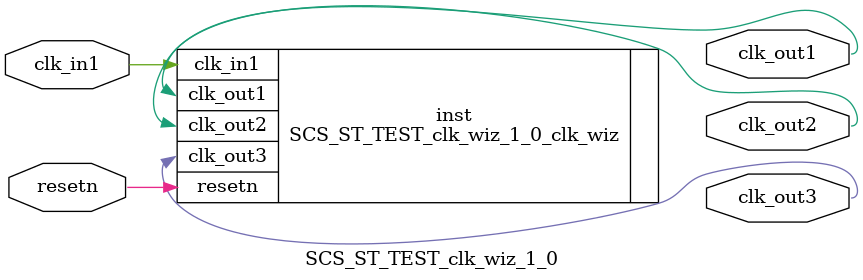
<source format=v>


`timescale 1ps/1ps

(* CORE_GENERATION_INFO = "SCS_ST_TEST_clk_wiz_1_0,clk_wiz_v6_0_3_0_0,{component_name=SCS_ST_TEST_clk_wiz_1_0,use_phase_alignment=true,use_min_o_jitter=true,use_max_i_jitter=false,use_dyn_phase_shift=false,use_inclk_switchover=false,use_dyn_reconfig=false,enable_axi=0,feedback_source=FDBK_AUTO,PRIMITIVE=MMCM,num_out_clk=3,clkin1_period=2.174,clkin2_period=10.0,use_power_down=false,use_reset=true,use_locked=false,use_inclk_stopped=false,feedback_type=SINGLE,CLOCK_MGR_TYPE=NA,manual_override=false}" *)

module SCS_ST_TEST_clk_wiz_1_0 
 (
  // Clock out ports
  output        clk_out1,
  output        clk_out2,
  output        clk_out3,
  // Status and control signals
  input         resetn,
 // Clock in ports
  input         clk_in1
 );

  SCS_ST_TEST_clk_wiz_1_0_clk_wiz inst
  (
  // Clock out ports  
  .clk_out1(clk_out1),
  .clk_out2(clk_out2),
  .clk_out3(clk_out3),
  // Status and control signals               
  .resetn(resetn), 
 // Clock in ports
  .clk_in1(clk_in1)
  );

endmodule

</source>
